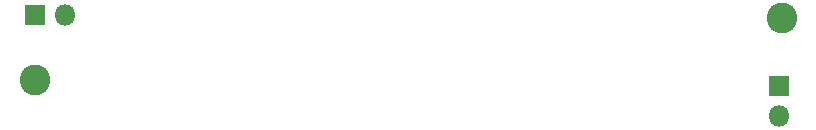
<source format=gbr>
%TF.GenerationSoftware,KiCad,Pcbnew,(5.1.6)-1*%
%TF.CreationDate,2021-04-28T12:53:02+02:00*%
%TF.ProjectId,start_leds_v1,73746172-745f-46c6-9564-735f76312e6b,rev?*%
%TF.SameCoordinates,Original*%
%TF.FileFunction,Soldermask,Bot*%
%TF.FilePolarity,Negative*%
%FSLAX46Y46*%
G04 Gerber Fmt 4.6, Leading zero omitted, Abs format (unit mm)*
G04 Created by KiCad (PCBNEW (5.1.6)-1) date 2021-04-28 12:53:02*
%MOMM*%
%LPD*%
G01*
G04 APERTURE LIST*
%ADD10C,2.599360*%
%ADD11O,1.800000X1.800000*%
%ADD12R,1.800000X1.800000*%
G04 APERTURE END LIST*
D10*
%TO.C,REF\u002A\u002A*%
X153250000Y-56250000D03*
%TD*%
%TO.C,REF\u002A\u002A*%
X90000000Y-61500000D03*
%TD*%
D11*
%TO.C,J2*%
X92540000Y-56000000D03*
D12*
X90000000Y-56000000D03*
%TD*%
D11*
%TO.C,J1*%
X153000000Y-64540000D03*
D12*
X153000000Y-62000000D03*
%TD*%
M02*

</source>
